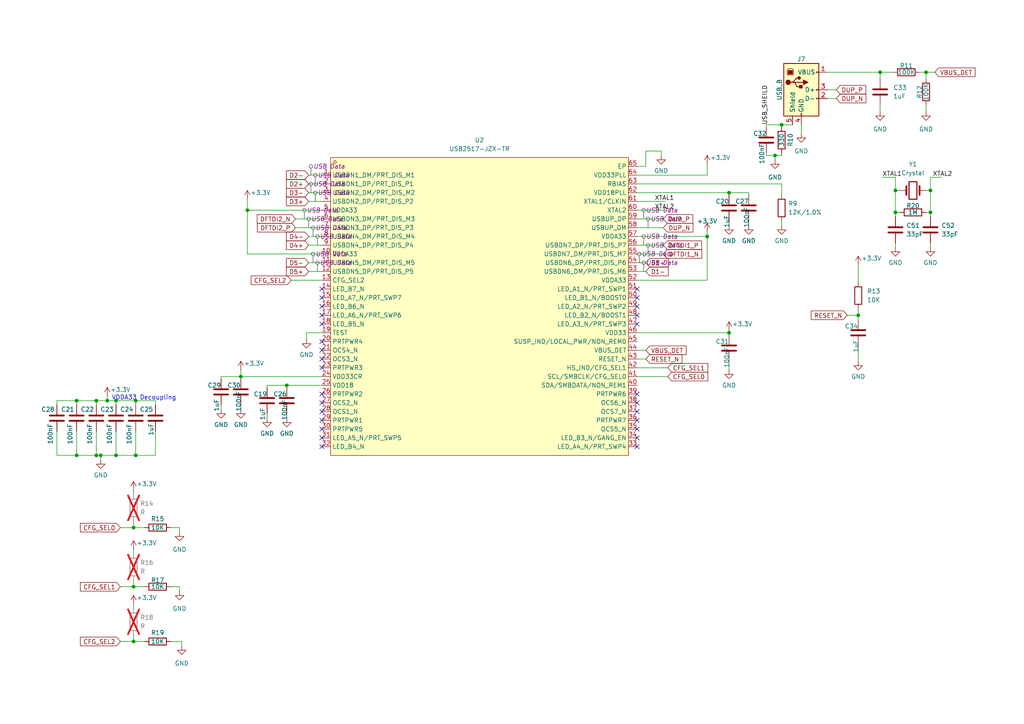
<source format=kicad_sch>
(kicad_sch (version 20230121) (generator eeschema)
  (paper "A4")
  (lib_symbols
    (symbol "Connector:USB_B" (pin_names (offset 1.016))
      (property "Reference" "J" (at -5.08 11.43 0))
      (property "Value" "USB_B" (at -5.08 8.89 0))
      (symbol "USB_B_0_1"
        (rectangle (start -5.08 -7.62) (end 5.08 7.62) (stroke (width 0.254)) (fill (type background)))
        (circle (center -3.81 2.159) (radius 0.635) (stroke (width 0.254)) (fill (type outline)))
        (rectangle (start -3.81 5.588) (end -2.54 4.572) (fill (type outline)))
        (circle (center -0.635 3.429) (radius 0.381) (stroke (width 0.254)) (fill (type outline)))
        (rectangle (start -0.127 -7.62) (end 0.127 -6.858))
        (polyline (pts (xy -1.905 2.159) (xy 0.635 2.159)) (stroke (width 0.254)))
        (polyline (pts (xy -3.175 2.159) (xy -2.54 2.159) (xy -1.27 3.429) (xy -0.635 3.429)) (stroke (width 0.254)))
        (polyline (pts (xy -2.54 2.159) (xy -1.905 2.159) (xy -1.27 0.889) (xy 0 0.889)) (stroke (width 0.254)))
        (polyline (pts (xy 0.635 2.794) (xy 0.635 1.524) (xy 1.905 2.159) (xy 0.635 2.794)) (stroke (width 0.254)) (fill (type outline)))
        (polyline (pts (xy -4.064 4.318) (xy -2.286 4.318) (xy -2.286 5.715) (xy -2.667 6.096) (xy -3.683 6.096) (xy -4.064 5.715) (xy -4.064 4.318)))
        (rectangle (start 0.254 1.27) (end -0.508 0.508) (stroke (width 0.254)) (fill (type outline)))
        (rectangle (start 5.08 -2.667) (end 4.318 -2.413))
        (rectangle (start 5.08 -0.127) (end 4.318 0.127))
        (rectangle (start 5.08 4.953) (end 4.318 5.207))
      )
      (symbol "USB_B_1_1"
        (pin power_out line (at 7.62 5.08 180) (length 2.54) (name "VBUS") (number "1"))
        (pin bidirectional line (at 7.62 -2.54 180) (length 2.54) (name "D-") (number "2"))
        (pin bidirectional line (at 7.62 0 180) (length 2.54) (name "D+") (number "3"))
        (pin power_out line (at 0 -10.16 90) (length 2.54) (name "GND") (number "4"))
        (pin passive line (at -2.54 -10.16 90) (length 2.54) (name "Shield") (number "5"))
      )
    )
    (symbol "Device:C" (pin_numbers hide) (pin_names (offset 0.254))
      (property "Reference" "C" (at 0.635 2.54 0))
      (property "Value" "C" (at 0.635 -2.54 0))
      (symbol "C_0_1"
        (polyline (pts (xy -2.032 -0.762) (xy 2.032 -0.762)) (stroke (width 0.508)))
        (polyline (pts (xy -2.032 0.762) (xy 2.032 0.762)) (stroke (width 0.508)))
      )
      (symbol "C_1_1"
        (pin passive line (at 0 3.81 270) (length 2.794) (name "~") (number "1"))
        (pin passive line (at 0 -3.81 90) (length 2.794) (name "~") (number "2"))
      )
    )
    (symbol "Device:Crystal" (pin_numbers hide) (pin_names (offset 1.016) hide)
      (property "Reference" "Y" (at 0 3.81 0))
      (property "Value" "Crystal" (at 0 -3.81 0))
      (symbol "Crystal_0_1"
        (rectangle (start -1.143 2.54) (end 1.143 -2.54) (stroke (width 0.3048)))
        (polyline (pts (xy -2.54 0) (xy -1.905 0)))
        (polyline (pts (xy -1.905 -1.27) (xy -1.905 1.27)) (stroke (width 0.508)))
        (polyline (pts (xy 1.905 -1.27) (xy 1.905 1.27)) (stroke (width 0.508)))
        (polyline (pts (xy 2.54 0) (xy 1.905 0)))
      )
      (symbol "Crystal_1_1"
        (pin passive line (at -3.81 0 0) (length 1.27) (name "1") (number "1"))
        (pin passive line (at 3.81 0 180) (length 1.27) (name "2") (number "2"))
      )
    )
    (symbol "Device:R" (pin_numbers hide) (pin_names (offset 0))
      (property "Reference" "R" (at 2.032 0 90))
      (property "Value" "R" (at 0 0 90))
      (symbol "R_0_1"
        (rectangle (start -1.016 -2.54) (end 1.016 2.54) (stroke (width 0.254)))
      )
      (symbol "R_1_1"
        (pin passive line (at 0 3.81 270) (length 1.27) (name "~") (number "1"))
        (pin passive line (at 0 -3.81 90) (length 1.27) (name "~") (number "2"))
      )
    )
    (symbol "easyeda2kicad:USB2517-JZX-TR"
      (property "Reference" "U" (at 0 45.72 0))
      (property "Value" "USB2517-JZX-TR" (at 0 -45.72 0))
      (symbol "USB2517-JZX-TR_0_1"
        (rectangle (start -43.18 43.18) (end 43.18 -43.18) (fill (type background)))
        (circle (center -41.91 41.91) (radius 0.38))
        (pin unspecified line (at -45.72 38.1 0) (length 2.54) (name "USBDN1_DM/PRT_DIS_M1") (number "1"))
        (pin unspecified line (at -45.72 15.24 0) (length 2.54) (name "VDDA33") (number "10"))
        (pin unspecified line (at -45.72 12.7 0) (length 2.54) (name "USBDN5_DM/PRT_DIS_M5") (number "11"))
        (pin unspecified line (at -45.72 10.16 0) (length 2.54) (name "USBDN5_DP/PRT_DIS_P5") (number "12"))
        (pin unspecified line (at -45.72 7.62 0) (length 2.54) (name "CFG_SEL2") (number "13"))
        (pin unspecified line (at -45.72 5.08 0) (length 2.54) (name "LED_B7_N") (number "14"))
        (pin unspecified line (at -45.72 2.54 0) (length 2.54) (name "LED_A7_N/PRT_SWP7") (number "15"))
        (pin unspecified line (at -45.72 0 0) (length 2.54) (name "LED_B6_N") (number "16"))
        (pin unspecified line (at -45.72 -2.54 0) (length 2.54) (name "LED_A6_N/PRT_SWP6") (number "17"))
        (pin unspecified line (at -45.72 -5.08 0) (length 2.54) (name "LED_B5_N") (number "18"))
        (pin unspecified line (at -45.72 -7.62 0) (length 2.54) (name "TEST") (number "19"))
        (pin unspecified line (at -45.72 35.56 0) (length 2.54) (name "USBDN1_DP/PRT_DIS_P1") (number "2"))
        (pin unspecified line (at -45.72 -10.16 0) (length 2.54) (name "PRTPWR4") (number "20"))
        (pin unspecified line (at -45.72 -12.7 0) (length 2.54) (name "OCS4_N") (number "21"))
        (pin unspecified line (at -45.72 -15.24 0) (length 2.54) (name "OCS3_N") (number "22"))
        (pin unspecified line (at -45.72 -17.78 0) (length 2.54) (name "PRTPWR3") (number "23"))
        (pin unspecified line (at -45.72 -20.32 0) (length 2.54) (name "VDD33CR") (number "24"))
        (pin unspecified line (at -45.72 -22.86 0) (length 2.54) (name "VDD18") (number "25"))
        (pin unspecified line (at -45.72 -25.4 0) (length 2.54) (name "PRTPWR2") (number "26"))
        (pin unspecified line (at -45.72 -27.94 0) (length 2.54) (name "OCS2_N") (number "27"))
        (pin unspecified line (at -45.72 -30.48 0) (length 2.54) (name "OCS1_N") (number "28"))
        (pin unspecified line (at -45.72 -33.02 0) (length 2.54) (name "PRTPWR1") (number "29"))
        (pin unspecified line (at -45.72 33.02 0) (length 2.54) (name "USBDN2_DM/PRT_DIS_M2") (number "3"))
        (pin unspecified line (at -45.72 -35.56 0) (length 2.54) (name "PRTPWR5") (number "30"))
        (pin unspecified line (at -45.72 -38.1 0) (length 2.54) (name "LED_A5_N/PRT_SWP5") (number "31"))
        (pin unspecified line (at -45.72 -40.64 0) (length 2.54) (name "LED_B4_N") (number "32"))
        (pin unspecified line (at 45.72 -40.64 180) (length 2.54) (name "LED_A4_N/PRT_SWP4") (number "33"))
        (pin unspecified line (at 45.72 -38.1 180) (length 2.54) (name "LED_B3_N/GANG_EN") (number "34"))
        (pin unspecified line (at 45.72 -35.56 180) (length 2.54) (name "OCS5_N") (number "35"))
        (pin unspecified line (at 45.72 -33.02 180) (length 2.54) (name "PRTPWR7") (number "36"))
        (pin unspecified line (at 45.72 -30.48 180) (length 2.54) (name "OCS7_N") (number "37"))
        (pin unspecified line (at 45.72 -27.94 180) (length 2.54) (name "OCS6_N") (number "38"))
        (pin unspecified line (at 45.72 -25.4 180) (length 2.54) (name "PRTPWR6") (number "39"))
        (pin unspecified line (at -45.72 30.48 0) (length 2.54) (name "USBDN2_DP/PRT_DIS_P2") (number "4"))
        (pin unspecified line (at 45.72 -22.86 180) (length 2.54) (name "SDA/SMBDATA/NON_REM1") (number "40"))
        (pin unspecified line (at 45.72 -20.32 180) (length 2.54) (name "SCL/SMBCLK/CFG_SEL0") (number "41"))
        (pin unspecified line (at 45.72 -17.78 180) (length 2.54) (name "HS_IND/CFG_SEL1") (number "42"))
        (pin unspecified line (at 45.72 -15.24 180) (length 2.54) (name "RESET_N") (number "43"))
        (pin unspecified line (at 45.72 -12.7 180) (length 2.54) (name "VBUS_DET") (number "44"))
        (pin unspecified line (at 45.72 -10.16 180) (length 2.54) (name "SUSP_IND/LOCAL_PWR/NON_REM0") (number "45"))
        (pin unspecified line (at 45.72 -7.62 180) (length 2.54) (name "VDD33") (number "46"))
        (pin unspecified line (at 45.72 -5.08 180) (length 2.54) (name "LED_A3_N/PRT_SWP3") (number "47"))
        (pin unspecified line (at 45.72 -2.54 180) (length 2.54) (name "LED_B2_N/BOOST1") (number "48"))
        (pin unspecified line (at 45.72 0 180) (length 2.54) (name "LED_A2_N/PRT_SWP2") (number "49"))
        (pin unspecified line (at -45.72 27.94 0) (length 2.54) (name "VDDA33") (number "5"))
        (pin unspecified line (at 45.72 2.54 180) (length 2.54) (name "LED_B1_N/BOOST0") (number "50"))
        (pin unspecified line (at 45.72 5.08 180) (length 2.54) (name "LED_A1_N/PRT_SWP1") (number "51"))
        (pin unspecified line (at 45.72 7.62 180) (length 2.54) (name "VDDA33") (number "52"))
        (pin unspecified line (at 45.72 10.16 180) (length 2.54) (name "USBDN6_DM/PRT_DIS_M6") (number "53"))
        (pin unspecified line (at 45.72 12.7 180) (length 2.54) (name "USBDN6_DP/PRT_DIS_P6") (number "54"))
        (pin unspecified line (at 45.72 15.24 180) (length 2.54) (name "USBDN7_DM/PRT_DIS_M7") (number "55"))
        (pin unspecified line (at 45.72 17.78 180) (length 2.54) (name "USBDN7_DP/PRT_DIS_P7") (number "56"))
        (pin unspecified line (at 45.72 20.32 180) (length 2.54) (name "VDDA33") (number "57"))
        (pin unspecified line (at 45.72 22.86 180) (length 2.54) (name "USBUP_DM") (number "58"))
        (pin unspecified line (at 45.72 25.4 180) (length 2.54) (name "USBUP_DP") (number "59"))
        (pin unspecified line (at -45.72 25.4 0) (length 2.54) (name "USBDN3_DM/PRT_DIS_M3") (number "6"))
        (pin unspecified line (at 45.72 27.94 180) (length 2.54) (name "XTAL2") (number "60"))
        (pin unspecified line (at 45.72 30.48 180) (length 2.54) (name "XTAL1/CLKIN") (number "61"))
        (pin unspecified line (at 45.72 33.02 180) (length 2.54) (name "VDD18PLL") (number "62"))
        (pin unspecified line (at 45.72 35.56 180) (length 2.54) (name "RBIAS") (number "63"))
        (pin unspecified line (at 45.72 38.1 180) (length 2.54) (name "VDD33PLL") (number "64"))
        (pin unspecified line (at 45.72 40.64 180) (length 2.54) (name "EP") (number "65"))
        (pin unspecified line (at -45.72 22.86 0) (length 2.54) (name "USBDN3_DP/PRT_DIS_P3") (number "7"))
        (pin unspecified line (at -45.72 20.32 0) (length 2.54) (name "USBDN4_DM/PRT_DIS_M4") (number "8"))
        (pin unspecified line (at -45.72 17.78 0) (length 2.54) (name "USBDN4_DP/PRT_DIS_P4") (number "9"))
      )
    )
    (symbol "power:+3.3V" (power) (pin_names (offset 0))
      (property "Value" "+3.3V" (at 0 3.556 0))
      (symbol "+3.3V_0_1"
        (polyline (pts (xy -0.762 1.27) (xy 0 2.54)))
        (polyline (pts (xy 0 0) (xy 0 2.54)))
        (polyline (pts (xy 0 2.54) (xy 0.762 1.27)))
      )
      (symbol "+3.3V_1_1"
        (pin power_in line (at 0 0 90) (length 0) hide (name "+3.3V") (number "1"))
      )
    )
    (symbol "power:GND" (power) (pin_names (offset 0))
      (property "Value" "GND" (at 0 -3.81 0))
      (symbol "GND_0_1"
        (polyline (pts (xy 0 0) (xy 0 -1.27) (xy 1.27 -1.27) (xy 0 -2.54) (xy -1.27 -1.27) (xy 0 -1.27)))
      )
      (symbol "GND_1_1"
        (pin power_in line (at 0 0 270) (length 0) hide (name "GND") (number "1"))
      )
    )
  )
  (junction (at 38.735 170.18))
  (junction (at 27.94 132.08))
  (junction (at 33.655 116.205))
  (junction (at 71.755 60.96))
  (junction (at 211.455 55.88))
  (junction (at 259.715 61.595))
  (junction (at 27.94 116.205))
  (junction (at 38.735 153.035))
  (junction (at 268.605 20.955))
  (junction (at 269.875 55.245))
  (junction (at 38.735 186.055))
  (junction (at 255.27 20.955))
  (junction (at 259.715 55.245))
  (junction (at 205.105 68.58))
  (junction (at 69.85 109.22))
  (junction (at 39.37 132.08))
  (junction (at 31.115 116.205))
  (junction (at 22.225 132.08))
  (junction (at 248.92 91.44))
  (junction (at 29.21 132.08))
  (junction (at 226.695 36.195))
  (junction (at 33.655 132.08))
  (junction (at 211.455 96.52))
  (junction (at 22.225 116.205))
  (junction (at 39.37 116.205))
  (junction (at 83.185 111.76))
  (junction (at 269.875 61.595))
  (junction (at 224.79 45.085))
  (no_connect (at 93.345 119.38))
  (no_connect (at 93.345 124.46))
  (no_connect (at 93.345 83.82))
  (no_connect (at 184.785 129.54))
  (no_connect (at 184.785 116.84))
  (no_connect (at 184.785 83.82))
  (no_connect (at 184.785 93.98))
  (no_connect (at 93.345 104.14))
  (no_connect (at 93.345 129.54))
  (no_connect (at 184.785 119.38))
  (no_connect (at 184.785 124.46))
  (no_connect (at 184.785 88.9))
  (no_connect (at 184.785 114.3))
  (no_connect (at 93.345 114.3))
  (no_connect (at 93.345 121.92))
  (no_connect (at 93.345 116.84))
  (no_connect (at 93.345 106.68))
  (no_connect (at 93.345 127))
  (no_connect (at 93.345 99.06))
  (no_connect (at 184.785 121.92))
  (no_connect (at 93.345 93.98))
  (no_connect (at 184.785 86.36))
  (no_connect (at 184.785 127))
  (no_connect (at 93.345 101.6))
  (no_connect (at 93.345 86.36))
  (no_connect (at 184.785 91.44))
  (no_connect (at 93.345 91.44))
  (no_connect (at 93.345 88.9))
  (wire (pts (xy 89.535 71.12) (xy 93.345 71.12)))
  (wire (pts (xy 27.94 125.095) (xy 27.94 132.08)))
  (wire (pts (xy 27.94 117.475) (xy 27.94 116.205)))
  (wire (pts (xy 69.85 109.22) (xy 93.345 109.22)))
  (wire (pts (xy 64.135 109.22) (xy 64.135 109.855)))
  (wire (pts (xy 49.53 153.035) (xy 52.07 153.035)))
  (wire (pts (xy 268.605 30.48) (xy 268.605 32.385)))
  (wire (pts (xy 89.535 53.34) (xy 93.345 53.34)))
  (wire (pts (xy 52.07 153.035) (xy 52.07 154.305)))
  (wire (pts (xy 222.25 36.195) (xy 226.695 36.195)))
  (wire (pts (xy 222.25 45.085) (xy 224.79 45.085)))
  (wire (pts (xy 39.37 116.205) (xy 45.085 116.205)))
  (wire (pts (xy 240.03 28.575) (xy 242.57 28.575)))
  (wire (pts (xy 71.755 60.96) (xy 71.755 57.785)))
  (wire (pts (xy 31.115 116.205) (xy 33.655 116.205)))
  (wire (pts (xy 259.715 55.245) (xy 259.715 51.435)))
  (wire (pts (xy 226.695 45.085) (xy 224.79 45.085)))
  (wire (pts (xy 49.53 170.18) (xy 52.07 170.18)))
  (wire (pts (xy 71.755 73.66) (xy 71.755 60.96)))
  (wire (pts (xy 69.85 107.315) (xy 69.85 109.22)))
  (wire (pts (xy 38.735 175.26) (xy 38.735 176.53)))
  (wire (pts (xy 224.79 45.085) (xy 224.79 46.355)))
  (wire (pts (xy 211.455 96.52) (xy 211.455 97.155)))
  (wire (pts (xy 22.225 116.205) (xy 27.94 116.205)))
  (wire (pts (xy 93.345 63.5) (xy 85.725 63.5)))
  (wire (pts (xy 217.17 55.88) (xy 211.455 55.88)))
  (wire (pts (xy 187.325 48.26) (xy 187.325 43.815)))
  (wire (pts (xy 93.345 111.76) (xy 83.185 111.76)))
  (wire (pts (xy 184.785 63.5) (xy 192.405 63.5)))
  (wire (pts (xy 38.735 153.035) (xy 41.91 153.035)))
  (wire (pts (xy 259.715 61.595) (xy 259.715 55.245)))
  (wire (pts (xy 269.875 61.595) (xy 269.875 55.245)))
  (wire (pts (xy 240.03 20.955) (xy 255.27 20.955)))
  (wire (pts (xy 184.785 81.28) (xy 205.105 81.28)))
  (wire (pts (xy 184.785 53.34) (xy 226.695 53.34)))
  (wire (pts (xy 184.785 73.66) (xy 192.405 73.66)))
  (wire (pts (xy 22.225 117.475) (xy 22.225 116.205)))
  (wire (pts (xy 27.94 116.205) (xy 31.115 116.205)))
  (wire (pts (xy 33.655 125.095) (xy 33.655 132.08)))
  (wire (pts (xy 89.535 68.58) (xy 93.345 68.58)))
  (wire (pts (xy 184.785 60.96) (xy 193.04 60.96)))
  (wire (pts (xy 184.785 48.26) (xy 187.325 48.26)))
  (wire (pts (xy 27.94 132.08) (xy 29.21 132.08)))
  (wire (pts (xy 184.785 68.58) (xy 205.105 68.58)))
  (wire (pts (xy 245.745 91.44) (xy 248.92 91.44)))
  (wire (pts (xy 93.345 73.66) (xy 71.755 73.66)))
  (wire (pts (xy 88.9 96.52) (xy 88.9 98.425)))
  (wire (pts (xy 226.695 44.45) (xy 226.695 45.085)))
  (wire (pts (xy 184.785 76.2) (xy 187.325 76.2)))
  (wire (pts (xy 64.135 117.475) (xy 64.135 118.745)))
  (wire (pts (xy 38.735 168.275) (xy 38.735 170.18)))
  (wire (pts (xy 93.345 96.52) (xy 88.9 96.52)))
  (wire (pts (xy 259.715 55.245) (xy 260.985 55.245)))
  (wire (pts (xy 217.17 56.515) (xy 217.17 55.88)))
  (wire (pts (xy 184.785 101.6) (xy 187.325 101.6)))
  (wire (pts (xy 266.7 20.955) (xy 268.605 20.955)))
  (wire (pts (xy 259.715 62.865) (xy 259.715 61.595)))
  (wire (pts (xy 89.535 78.74) (xy 93.345 78.74)))
  (wire (pts (xy 184.785 104.14) (xy 187.325 104.14)))
  (wire (pts (xy 217.17 64.135) (xy 217.17 65.405)))
  (wire (pts (xy 38.735 159.385) (xy 38.735 160.655)))
  (wire (pts (xy 52.705 186.055) (xy 52.705 187.325)))
  (wire (pts (xy 269.875 51.435) (xy 273.05 51.435)))
  (wire (pts (xy 184.785 109.22) (xy 193.675 109.22)))
  (wire (pts (xy 184.785 106.68) (xy 193.675 106.68)))
  (wire (pts (xy 184.785 55.88) (xy 211.455 55.88)))
  (wire (pts (xy 38.735 151.13) (xy 38.735 153.035)))
  (wire (pts (xy 248.92 76.835) (xy 248.92 81.915)))
  (wire (pts (xy 49.53 186.055) (xy 52.705 186.055)))
  (wire (pts (xy 211.455 64.135) (xy 211.455 65.405)))
  (wire (pts (xy 211.455 104.775) (xy 211.455 107.315)))
  (wire (pts (xy 268.605 20.955) (xy 268.605 22.86)))
  (wire (pts (xy 38.735 142.24) (xy 38.735 143.51)))
  (wire (pts (xy 255.27 20.955) (xy 259.08 20.955)))
  (wire (pts (xy 269.875 70.485) (xy 269.875 71.755)))
  (wire (pts (xy 232.41 36.195) (xy 232.41 38.735)))
  (wire (pts (xy 16.51 117.475) (xy 16.51 116.205)))
  (wire (pts (xy 89.535 58.42) (xy 93.345 58.42)))
  (wire (pts (xy 240.03 26.035) (xy 242.57 26.035)))
  (wire (pts (xy 211.455 55.88) (xy 211.455 56.515)))
  (wire (pts (xy 184.785 58.42) (xy 193.04 58.42)))
  (wire (pts (xy 22.225 132.08) (xy 27.94 132.08)))
  (wire (pts (xy 226.695 64.135) (xy 226.695 65.405)))
  (wire (pts (xy 184.785 78.74) (xy 187.325 78.74)))
  (wire (pts (xy 229.87 36.195) (xy 226.695 36.195)))
  (wire (pts (xy 45.085 125.095) (xy 45.085 132.08)))
  (wire (pts (xy 259.715 70.485) (xy 259.715 71.755)))
  (wire (pts (xy 248.92 91.44) (xy 248.92 92.71)))
  (wire (pts (xy 84.455 81.28) (xy 93.345 81.28)))
  (wire (pts (xy 16.51 116.205) (xy 22.225 116.205)))
  (wire (pts (xy 16.51 132.08) (xy 22.225 132.08)))
  (wire (pts (xy 83.185 120.015) (xy 83.185 121.285)))
  (wire (pts (xy 248.92 100.33) (xy 248.92 104.775)))
  (wire (pts (xy 29.21 132.08) (xy 33.655 132.08)))
  (wire (pts (xy 45.085 132.08) (xy 39.37 132.08)))
  (wire (pts (xy 38.735 170.18) (xy 41.91 170.18)))
  (wire (pts (xy 205.105 50.8) (xy 205.105 47.625)))
  (wire (pts (xy 52.07 170.18) (xy 52.07 171.45)))
  (wire (pts (xy 16.51 125.095) (xy 16.51 132.08)))
  (wire (pts (xy 39.37 117.475) (xy 39.37 116.205)))
  (wire (pts (xy 191.77 43.815) (xy 191.77 45.085)))
  (wire (pts (xy 22.225 125.095) (xy 22.225 132.08)))
  (wire (pts (xy 255.27 20.955) (xy 255.27 22.86)))
  (wire (pts (xy 268.605 20.955) (xy 271.145 20.955)))
  (wire (pts (xy 255.27 30.48) (xy 255.27 32.385)))
  (wire (pts (xy 184.785 50.8) (xy 205.105 50.8)))
  (wire (pts (xy 77.47 111.76) (xy 77.47 112.395)))
  (wire (pts (xy 89.535 55.88) (xy 93.345 55.88)))
  (wire (pts (xy 255.905 51.435) (xy 259.715 51.435)))
  (wire (pts (xy 69.85 117.475) (xy 69.85 118.745)))
  (wire (pts (xy 77.47 120.015) (xy 77.47 121.285)))
  (wire (pts (xy 34.925 170.18) (xy 38.735 170.18)))
  (wire (pts (xy 83.185 111.76) (xy 83.185 112.395)))
  (wire (pts (xy 226.695 53.34) (xy 226.695 56.515)))
  (wire (pts (xy 69.85 109.22) (xy 64.135 109.22)))
  (wire (pts (xy 222.25 44.45) (xy 222.25 45.085)))
  (wire (pts (xy 205.105 81.28) (xy 205.105 68.58)))
  (wire (pts (xy 34.925 186.055) (xy 38.735 186.055)))
  (wire (pts (xy 93.345 66.04) (xy 85.725 66.04)))
  (wire (pts (xy 184.785 96.52) (xy 211.455 96.52)))
  (wire (pts (xy 33.655 116.205) (xy 39.37 116.205)))
  (wire (pts (xy 33.655 117.475) (xy 33.655 116.205)))
  (wire (pts (xy 89.535 76.2) (xy 93.345 76.2)))
  (wire (pts (xy 184.785 66.04) (xy 192.405 66.04)))
  (wire (pts (xy 187.325 43.815) (xy 191.77 43.815)))
  (wire (pts (xy 93.345 60.96) (xy 71.755 60.96)))
  (wire (pts (xy 38.735 184.15) (xy 38.735 186.055)))
  (wire (pts (xy 39.37 125.095) (xy 39.37 132.08)))
  (wire (pts (xy 83.185 111.76) (xy 77.47 111.76)))
  (wire (pts (xy 259.715 61.595) (xy 260.985 61.595)))
  (wire (pts (xy 33.655 132.08) (xy 39.37 132.08)))
  (wire (pts (xy 268.605 55.245) (xy 269.875 55.245)))
  (wire (pts (xy 89.535 50.8) (xy 93.345 50.8)))
  (wire (pts (xy 269.875 55.245) (xy 269.875 51.435)))
  (wire (pts (xy 38.735 186.055) (xy 41.91 186.055)))
  (wire (pts (xy 226.695 36.195) (xy 226.695 36.83)))
  (wire (pts (xy 222.25 36.83) (xy 222.25 36.195)))
  (wire (pts (xy 211.455 95.885) (xy 211.455 96.52)))
  (wire (pts (xy 69.85 109.22) (xy 69.85 109.855)))
  (wire (pts (xy 29.21 132.08) (xy 29.21 133.35)))
  (wire (pts (xy 268.605 61.595) (xy 269.875 61.595)))
  (wire (pts (xy 248.92 89.535) (xy 248.92 91.44)))
  (wire (pts (xy 34.925 153.035) (xy 38.735 153.035)))
  (wire (pts (xy 269.875 62.865) (xy 269.875 61.595)))
  (wire (pts (xy 31.115 114.935) (xy 31.115 116.205)))
  (wire (pts (xy 45.085 116.205) (xy 45.085 117.475)))
  (wire (pts (xy 184.785 71.12) (xy 192.405 71.12)))
  (wire (pts (xy 205.105 68.58) (xy 205.105 67.31)))
  (text "VDDA33 Decoupling" (at 32.385 116.205 0) (effects (font (size 1.27 1.27)) (justify left bottom)))
  (label "USB_SHEILD" (at 222.885 36.195 90))
  (label "XTAL1" (at 255.905 51.435 0))
  (label "XTAL1" (at 189.865 58.42 0))
  (label "XTAL2" (at 270.51 51.435 0))
  (label "XTAL2" (at 189.865 60.96 0))
  (global_label "CFG_SEL2" (shape input) (at 84.455 81.28 180) (property "Intersheetrefs" "${INTERSHEET_REFS}" (effects hide)))
  (global_label "D4-" (shape input) (at 89.535 68.58 180) (property "Intersheetrefs" "${INTERSHEET_REFS}" (effects hide)))
  (global_label "DUP_N" (shape input) (at 192.405 66.04 0) (property "Intersheetrefs" "${INTERSHEET_REFS}" (effects hide)))
  (global_label "D1-" (shape input) (at 187.325 78.74 0) (property "Intersheetrefs" "${INTERSHEET_REFS}" (effects hide)))
  (global_label "DUP_P" (shape input) (at 192.405 63.5 0) (property "Intersheetrefs" "${INTERSHEET_REFS}" (effects hide)))
  (global_label "CFG_SEL0" (shape input) (at 34.925 153.035 180) (property "Intersheetrefs" "${INTERSHEET_REFS}" (effects hide)))
  (global_label "VBUS_DET" (shape input) (at 271.145 20.955 0) (property "Intersheetrefs" "${INTERSHEET_REFS}" (effects hide)))
  (global_label "D5-" (shape input) (at 89.535 76.2 180) (property "Intersheetrefs" "${INTERSHEET_REFS}" (effects hide)))
  (global_label "CFG_SEL2" (shape input) (at 34.925 186.055 180) (property "Intersheetrefs" "${INTERSHEET_REFS}" (effects hide)))
  (global_label "DUP_P" (shape input) (at 242.57 26.035 0) (property "Intersheetrefs" "${INTERSHEET_REFS}" (effects hide)))
  (global_label "VBUS_DET" (shape input) (at 187.325 101.6 0) (property "Intersheetrefs" "${INTERSHEET_REFS}" (effects hide)))
  (global_label "D1+" (shape input) (at 187.325 76.2 0) (property "Intersheetrefs" "${INTERSHEET_REFS}" (effects hide)))
  (global_label "D2+" (shape input) (at 89.535 53.34 180) (property "Intersheetrefs" "${INTERSHEET_REFS}" (effects hide)))
  (global_label "DFTDI2_P" (shape input) (at 85.725 66.04 180) (property "Intersheetrefs" "${INTERSHEET_REFS}" (effects hide)))
  (global_label "D3-" (shape input) (at 89.535 55.88 180) (property "Intersheetrefs" "${INTERSHEET_REFS}" (effects hide)))
  (global_label "RESET_N" (shape input) (at 187.325 104.14 0) (property "Intersheetrefs" "${INTERSHEET_REFS}" (effects hide)))
  (global_label "CFG_SEL0" (shape input) (at 193.675 109.22 0) (property "Intersheetrefs" "${INTERSHEET_REFS}" (effects hide)))
  (global_label "CFG_SEL1" (shape input) (at 193.675 106.68 0) (property "Intersheetrefs" "${INTERSHEET_REFS}" (effects hide)))
  (global_label "DFTDI1_P" (shape input) (at 192.405 71.12 0) (property "Intersheetrefs" "${INTERSHEET_REFS}" (effects hide)))
  (global_label "D4+" (shape input) (at 89.535 71.12 180) (property "Intersheetrefs" "${INTERSHEET_REFS}" (effects hide)))
  (global_label "D5+" (shape input) (at 89.535 78.74 180) (property "Intersheetrefs" "${INTERSHEET_REFS}" (effects hide)))
  (global_label "DUP_N" (shape input) (at 242.57 28.575 0) (property "Intersheetrefs" "${INTERSHEET_REFS}" (effects hide)))
  (global_label "CFG_SEL1" (shape input) (at 34.925 170.18 180) (property "Intersheetrefs" "${INTERSHEET_REFS}" (effects hide)))
  (global_label "DFTDI2_N" (shape input) (at 85.725 63.5 180) (property "Intersheetrefs" "${INTERSHEET_REFS}" (effects hide)))
  (global_label "DFTDI1_N" (shape input) (at 192.405 73.66 0) (property "Intersheetrefs" "${INTERSHEET_REFS}" (effects hide)))
  (global_label "RESET_N" (shape input) (at 245.745 91.44 180) (property "Intersheetrefs" "${INTERSHEET_REFS}" (effects hide)))
  (global_label "D2-" (shape input) (at 89.535 50.8 180) (property "Intersheetrefs" "${INTERSHEET_REFS}" (effects hide)))
  (global_label "D3+" (shape input) (at 89.535 58.42 180) (property "Intersheetrefs" "${INTERSHEET_REFS}" (effects hide)))
  (netclass_flag "" (length 2.54) (shape round) (at 92.075 71.12 0) (property "Netclass" "USB Data" (at 92.7735 68.58 0) (effects (font italic) (justify left))))
  (netclass_flag "" (length 2.54) (shape round) (at 90.17 55.88 0) (property "Netclass" "USB Data" (at 90.8685 53.34 0) (effects (font italic) (justify left))))
  (netclass_flag "" (length 2.54) (shape round) (at 90.805 76.2 0) (property "Netclass" "USB Data" (at 91.5035 73.66 0) (effects (font italic) (justify left))))
  (netclass_flag "" (length 2.54) (shape round) (at 89.535 66.04 0) (property "Netclass" "USB Data" (at 90.2335 63.5 0) (effects (font italic) (justify left))))
  (netclass_flag "" (length 2.54) (shape round) (at 186.69 78.74 0) (property "Netclass" "USB Data" (at 187.3885 76.2 0) (effects (font italic) (justify left))))
  (netclass_flag "" (length 2.54) (shape round) (at 186.69 71.12 0) (property "Netclass" "USB Data" (at 187.3885 68.58 0) (effects (font italic) (justify left))))
  (netclass_flag "" (length 2.54) (shape round) (at 186.69 63.5 0) (property "Netclass" "USB Data" (at 187.3885 60.96 0) (effects (font italic) (justify left))))
  (netclass_flag "" (length 2.54) (shape round) (at 91.44 58.42 0) (property "Netclass" "USB Data" (at 92.1385 55.88 0) (effects (font italic) (justify left))))
  (netclass_flag "" (length 2.54) (shape round) (at 92.075 78.74 0) (property "Netclass" "USB Data" (at 92.7735 76.2 0) (effects (font italic) (justify left))))
  (netclass_flag "" (length 2.54) (shape round) (at 187.96 73.66 0) (property "Netclass" "USB Data" (at 188.6585 71.12 0) (effects (font italic) (justify left))))
  (netclass_flag "" (length 2.54) (shape round) (at 91.44 53.34 0) (property "Netclass" "USB Data" (at 92.1385 50.8 0) (effects (font italic) (justify left))))
  (netclass_flag "" (length 2.54) (shape round) (at 90.805 68.58 0) (property "Netclass" "USB Data" (at 91.5035 66.04 0) (effects (font italic) (justify left))))
  (netclass_flag "" (length 2.54) (shape round) (at 90.17 50.8 0) (property "Netclass" "USB Data" (at 90.8685 48.26 0) (effects (font italic) (justify left))))
  (netclass_flag "" (length 2.54) (shape round) (at 185.42 76.2 0) (property "Netclass" "USB Data" (at 186.1185 73.66 0) (effects (font italic) (justify left))))
  (netclass_flag "" (length 2.54) (shape round) (at 187.96 66.04 0) (property "Netclass" "USB Data" (at 188.6585 63.5 0) (effects (font italic) (justify left))))
  (netclass_flag "" (length 2.54) (shape round) (at 88.265 63.5 0) (property "Netclass" "USB Data" (at 88.9635 60.96 0) (effects (font italic) (justify left))))
  (symbol (lib_id "power:+3.3V") (at 38.735 159.385 0) (unit 1)
    (property "Reference" "#PWR073" (effects hide))
    (property "Value" "+3.3V" (at 42.545 157.48 0))
  )
  (symbol (lib_id "power:+3.3V") (at 205.105 47.625 0) (unit 1)
    (property "Reference" "#PWR053" (effects hide))
    (property "Value" "+3.3V" (at 208.915 45.72 0))
  )
  (symbol (lib_id "power:GND") (at 211.455 107.315 0) (unit 1)
    (property "Reference" "#PWR058" (effects hide))
    (property "Value" "GND" (at 211.455 111.76 0))
  )
  (symbol (lib_id "Device:R") (at 38.735 164.465 0) (unit 1) (dnp yes)
    (property "Reference" "R16" (at 40.64 163.195 0) (effects (justify left)))
    (property "Value" "R" (at 40.64 165.735 0) (effects (justify left)))
    (property "Footprint" "Resistor_SMD:R_0402_1005Metric" (effects hide))
  )
  (symbol (lib_id "Device:C") (at 211.455 60.325 0) (mirror y) (unit 1)
    (property "Reference" "C20" (at 211.455 58.42 0) (effects (justify left)))
    (property "Value" "1uF" (at 210.82 66.04 90) (effects (justify left)))
    (property "Footprint" "Capacitor_SMD:C_0402_1005Metric" (effects hide))
    (property "Datasheet" "https://jlcpcb.com/partdetail/53938-CL05A105KA5NQNC/C52923" (effects hide))
    (property "JLCPCB" "C52923" (effects hide))
  )
  (symbol (lib_id "power:+3.3V") (at 31.115 114.935 0) (unit 1)
    (property "Reference" "#PWR048" (effects hide))
    (property "Value" "+3.3V" (at 34.925 113.03 0))
  )
  (symbol (lib_id "power:GND") (at 88.9 98.425 0) (unit 1)
    (property "Reference" "#PWR061" (effects hide))
    (property "Value" "GND" (at 88.9 102.87 0))
  )
  (symbol (lib_id "Device:C") (at 269.875 66.675 0) (unit 1)
    (property "Reference" "C52" (at 273.05 65.405 0) (effects (justify left)))
    (property "Value" "33pF" (at 273.05 67.945 0) (effects (justify left)))
    (property "Footprint" "Capacitor_SMD:C_0402_1005Metric" (effects hide))
  )
  (symbol (lib_id "power:GND") (at 77.47 121.285 0) (unit 1)
    (property "Reference" "#PWR045" (effects hide))
    (property "Value" "GND" (at 77.47 125.73 0))
  )
  (symbol (lib_id "Device:R") (at 264.795 61.595 270) (unit 1)
    (property "Reference" "R20" (at 264.795 59.69 90))
    (property "Value" "1M" (at 264.795 61.595 90))
    (property "Footprint" "Resistor_SMD:R_0603_1608Metric" (effects hide))
  )
  (symbol (lib_id "Device:C") (at 259.715 66.675 0) (unit 1)
    (property "Reference" "C51" (at 262.89 65.405 0) (effects (justify left)))
    (property "Value" "33pF" (at 262.89 67.945 0) (effects (justify left)))
    (property "Footprint" "Capacitor_SMD:C_0402_1005Metric" (effects hide))
  )
  (symbol (lib_id "Device:R") (at 268.605 26.67 180) (unit 1)
    (property "Reference" "R12" (at 266.7 26.67 90))
    (property "Value" "100K" (at 268.605 26.67 90))
    (property "Footprint" "Resistor_SMD:R_0402_1005Metric" (effects hide))
    (property "Datasheet" "https://jlcpcb.com/partdetail/26484-0402WGF1003TCE/C25741" (effects hide))
    (property "JLCPCB" "C25741" (effects hide))
  )
  (symbol (lib_id "Device:C") (at 16.51 121.285 0) (mirror y) (unit 1)
    (property "Reference" "C28" (at 15.875 118.745 0) (effects (justify left)))
    (property "Value" "100nF" (at 14.605 128.905 90) (effects (justify left)))
    (property "Footprint" "Capacitor_SMD:C_0402_1005Metric" (effects hide))
    (property "Datasheet" "https://jlcpcb.com/partdetail/1877-CL05B104KO5NNNC/C1525" (effects hide))
    (property "JLCPCB" "C1525" (effects hide))
  )
  (symbol (lib_id "power:+3.3V") (at 69.85 107.315 0) (unit 1)
    (property "Reference" "#PWR060" (effects hide))
    (property "Value" "+3.3V" (at 73.66 105.41 0))
  )
  (symbol (lib_id "power:GND") (at 191.77 45.085 0) (unit 1)
    (property "Reference" "#PWR054" (effects hide))
    (property "Value" "GND" (at 191.77 49.53 0))
  )
  (symbol (lib_id "Device:C") (at 83.185 116.205 0) (mirror y) (unit 1)
    (property "Reference" "C26" (at 83.185 114.3 0) (effects (justify left)))
    (property "Value" "100nF" (at 82.55 121.92 90) (effects (justify left)))
    (property "Footprint" "Capacitor_SMD:C_0402_1005Metric" (effects hide))
    (property "Datasheet" "https://jlcpcb.com/partdetail/1877-CL05B104KO5NNNC/C1525" (effects hide))
    (property "JLCPCB" "C1525" (effects hide))
  )
  (symbol (lib_id "power:GND") (at 64.135 118.745 0) (unit 1)
    (property "Reference" "#PWR056" (effects hide))
    (property "Value" "GND" (at 64.135 123.19 0))
  )
  (symbol (lib_id "Device:R") (at 38.735 147.32 0) (unit 1) (dnp yes)
    (property "Reference" "R14" (at 40.64 146.05 0) (effects (justify left)))
    (property "Value" "R" (at 40.64 148.59 0) (effects (justify left)))
    (property "Footprint" "Resistor_SMD:R_0402_1005Metric" (effects hide))
  )
  (symbol (lib_id "power:+3.3V") (at 71.755 57.785 0) (unit 1)
    (property "Reference" "#PWR049" (effects hide))
    (property "Value" "+3.3V" (at 75.565 55.88 0))
  )
  (symbol (lib_id "Device:C") (at 27.94 121.285 0) (mirror y) (unit 1)
    (property "Reference" "C22" (at 27.305 118.745 0) (effects (justify left)))
    (property "Value" "100nF" (at 26.035 128.905 90) (effects (justify left)))
    (property "Footprint" "Capacitor_SMD:C_0402_1005Metric" (effects hide))
    (property "Datasheet" "https://jlcpcb.com/partdetail/1877-CL05B104KO5NNNC/C1525" (effects hide))
    (property "JLCPCB" "C1525" (effects hide))
  )
  (symbol (lib_id "power:+3.3V") (at 38.735 142.24 0) (unit 1)
    (property "Reference" "#PWR071" (effects hide))
    (property "Value" "+3.3V" (at 42.545 140.335 0))
  )
  (symbol (lib_id "power:GND") (at 224.79 46.355 0) (unit 1)
    (property "Reference" "#PWR063" (effects hide))
    (property "Value" "GND" (at 224.79 51.435 0))
  )
  (symbol (lib_id "power:GND") (at 226.695 65.405 0) (unit 1)
    (property "Reference" "#PWR055" (effects hide))
    (property "Value" "GND" (at 226.695 69.85 0))
  )
  (symbol (lib_id "Device:C") (at 33.655 121.285 0) (mirror y) (unit 1)
    (property "Reference" "C23" (at 33.02 118.745 0) (effects (justify left)))
    (property "Value" "100nF" (at 31.75 128.905 90) (effects (justify left)))
    (property "Footprint" "Capacitor_SMD:C_0402_1005Metric" (effects hide))
    (property "Datasheet" "https://jlcpcb.com/partdetail/1877-CL05B104KO5NNNC/C1525" (effects hide))
    (property "JLCPCB" "C1525" (effects hide))
  )
  (symbol (lib_id "power:GND") (at 52.07 154.305 0) (unit 1)
    (property "Reference" "#PWR070" (effects hide))
    (property "Value" "GND" (at 52.07 159.385 0))
  )
  (symbol (lib_id "power:GND") (at 248.92 104.775 0) (unit 1)
    (property "Reference" "#PWR066" (effects hide))
    (property "Value" "GND" (at 248.92 109.22 0))
  )
  (symbol (lib_id "Device:C") (at 222.25 40.64 0) (unit 1)
    (property "Reference" "C32" (at 218.44 38.735 0) (effects (justify left)))
    (property "Value" "100nF" (at 220.98 47.625 90) (effects (justify left)))
    (property "Footprint" "Capacitor_SMD:C_0402_1005Metric" (effects hide))
    (property "Datasheet" "https://jlcpcb.com/partdetail/1877-CL05B104KO5NNNC/C1525" (effects hide))
    (property "JLCPCB" "C1525" (effects hide))
  )
  (symbol (lib_id "Device:C") (at 211.455 100.965 0) (mirror y) (unit 1)
    (property "Reference" "C31" (at 211.455 99.06 0) (effects (justify left)))
    (property "Value" "100nF" (at 210.82 106.68 90) (effects (justify left)))
    (property "Footprint" "Capacitor_SMD:C_0402_1005Metric" (effects hide))
    (property "Datasheet" "https://jlcpcb.com/partdetail/1877-CL05B104KO5NNNC/C1525" (effects hide))
    (property "JLCPCB" "C1525" (effects hide))
  )
  (symbol (lib_id "power:GND") (at 52.07 171.45 0) (unit 1)
    (property "Reference" "#PWR069" (effects hide))
    (property "Value" "GND" (at 52.07 176.53 0))
  )
  (symbol (lib_id "Device:R") (at 226.695 60.325 0) (unit 1)
    (property "Reference" "R9" (at 228.6 59.055 0) (effects (justify left)))
    (property "Value" "12K/1.0%" (at 228.6 61.595 0) (effects (justify left)))
    (property "Footprint" "Resistor_SMD:R_0402_1005Metric" (effects hide))
    (property "Datasheet" "https://jlcpcb.com/partdetail/26495-0402WGF1202TCE/C25752" (effects hide))
    (property "JLCPCB" "C25752" (effects hide))
  )
  (symbol (lib_id "power:GND") (at 269.875 71.755 0) (unit 1)
    (property "Reference" "#PWR0104" (effects hide))
    (property "Value" "GND" (at 269.875 76.2 0))
  )
  (symbol (lib_id "power:GND") (at 232.41 38.735 0) (unit 1)
    (property "Reference" "#PWR062" (effects hide))
    (property "Value" "GND" (at 232.41 43.815 0))
  )
  (symbol (lib_id "Device:R") (at 226.695 40.64 0) (unit 1)
    (property "Reference" "R10" (at 229.235 42.545 90) (effects (justify left)))
    (property "Value" "330" (at 226.695 42.545 90) (effects (justify left)))
    (property "Footprint" "Resistor_SMD:R_0402_1005Metric" (effects hide))
    (property "Datasheet" "https://jlcpcb.com/partdetail/25847-0402WGF3300TCE/C25104" (effects hide))
    (property "JLCPCB" "C25104" (effects hide))
  )
  (symbol (lib_id "Device:C") (at 255.27 26.67 0) (unit 1)
    (property "Reference" "C33" (at 259.08 25.4 0) (effects (justify left)))
    (property "Value" "1uF" (at 259.08 27.94 0) (effects (justify left)))
    (property "Footprint" "Capacitor_SMD:C_0402_1005Metric" (effects hide))
    (property "Datasheet" "https://jlcpcb.com/partdetail/53938-CL05A105KA5NQNC/C52923" (effects hide))
    (property "JLCPCB" "C52923" (effects hide))
  )
  (symbol (lib_id "easyeda2kicad:USB2517-JZX-TR") (at 139.065 88.9 0) (unit 1)
    (property "Reference" "U2" (at 139.065 40.64 0))
    (property "Value" "USB2517-JZX-TR" (at 139.065 43.18 0))
    (property "Footprint" "easyeda2kicad:QFN-64_L9.0-W9.0-P0.50-BL-EP4.8" (effects hide))
    (property "LCSC Part" "C626668" (effects hide))
  )
  (symbol (lib_id "power:GND") (at 259.715 71.755 0) (unit 1)
    (property "Reference" "#PWR0103" (effects hide))
    (property "Value" "GND" (at 259.715 76.2 0))
  )
  (symbol (lib_id "Device:R") (at 248.92 85.725 0) (unit 1)
    (property "Reference" "R13" (at 251.46 84.455 0) (effects (justify left)))
    (property "Value" "10K" (at 251.46 86.995 0) (effects (justify left)))
    (property "Footprint" "Resistor_SMD:R_0402_1005Metric" (effects hide))
    (property "Datasheet" "https://jlcpcb.com/partdetail/26487-0402WGF1002TCE/C25744" (effects hide))
    (property "JLCPCB" "C25744" (effects hide))
  )
  (symbol (lib_id "power:+3.3V") (at 38.735 175.26 0) (unit 1)
    (property "Reference" "#PWR072" (effects hide))
    (property "Value" "+3.3V" (at 42.545 173.355 0))
  )
  (symbol (lib_id "Device:R") (at 262.89 20.955 90) (unit 1)
    (property "Reference" "R11" (at 262.89 19.05 90))
    (property "Value" "100K" (at 262.89 20.955 90))
    (property "Footprint" "Resistor_SMD:R_0402_1005Metric" (effects hide))
    (property "Datasheet" "https://jlcpcb.com/partdetail/26484-0402WGF1003TCE/C25741" (effects hide))
    (property "JLCPCB" "C25741" (effects hide))
  )
  (symbol (lib_id "power:GND") (at 255.27 32.385 0) (unit 1)
    (property "Reference" "#PWR064" (effects hide))
    (property "Value" "GND" (at 255.27 37.465 0))
  )
  (symbol (lib_id "Connector:USB_B") (at 232.41 26.035 0) (unit 1)
    (property "Reference" "J7" (at 232.41 17.145 0))
    (property "Value" "USB_B" (at 226.06 26.035 90))
    (property "Footprint" "Connector_USB:USB_B_TE_5787834_Vertical" (effects hide))
    (property "Datasheet" "https://www.te.com/usa-en/product-5787834-2.datasheet.pdf" (effects hide))
    (property "JLCPCB" "C592900" (effects hide))
  )
  (symbol (lib_id "Device:C") (at 22.225 121.285 0) (mirror y) (unit 1)
    (property "Reference" "C21" (at 21.59 118.745 0) (effects (justify left)))
    (property "Value" "100nF" (at 20.32 128.905 90) (effects (justify left)))
    (property "Footprint" "Capacitor_SMD:C_0402_1005Metric" (effects hide))
    (property "Datasheet" "https://jlcpcb.com/partdetail/1877-CL05B104KO5NNNC/C1525" (effects hide))
    (property "JLCPCB" "C1525" (effects hide))
  )
  (symbol (lib_id "Device:R") (at 38.735 180.34 180) (unit 1) (dnp yes)
    (property "Reference" "R18" (at 40.64 179.07 0) (effects (justify right)))
    (property "Value" "R" (at 40.64 181.61 0) (effects (justify right)))
    (property "Footprint" "Resistor_SMD:R_0402_1005Metric" (effects hide))
  )
  (symbol (lib_id "Device:C") (at 39.37 121.285 0) (mirror y) (unit 1)
    (property "Reference" "C24" (at 38.735 118.745 0) (effects (justify left)))
    (property "Value" "100nF" (at 37.465 128.905 90) (effects (justify left)))
    (property "Footprint" "Capacitor_SMD:C_0402_1005Metric" (effects hide))
    (property "Datasheet" "https://jlcpcb.com/partdetail/1877-CL05B104KO5NNNC/C1525" (effects hide))
    (property "JLCPCB" "C1525" (effects hide))
  )
  (symbol (lib_id "Device:R") (at 45.72 170.18 90) (unit 1)
    (property "Reference" "R17" (at 45.72 168.275 90))
    (property "Value" "10K" (at 45.72 170.18 90))
    (property "Footprint" "Resistor_SMD:R_0402_1005Metric" (effects hide))
    (property "Datasheet" "https://jlcpcb.com/partdetail/26487-0402WGF1002TCE/C25744" (effects hide))
    (property "JLCPCB" "C25744" (effects hide))
  )
  (symbol (lib_id "power:GND") (at 69.85 118.745 0) (unit 1)
    (property "Reference" "#PWR057" (effects hide))
    (property "Value" "GND" (at 69.85 123.19 0))
  )
  (symbol (lib_id "power:GND") (at 268.605 32.385 0) (unit 1)
    (property "Reference" "#PWR065" (effects hide))
    (property "Value" "GND" (at 268.605 37.465 0))
  )
  (symbol (lib_id "Device:R") (at 45.72 153.035 90) (unit 1)
    (property "Reference" "R15" (at 45.72 150.495 90))
    (property "Value" "10K" (at 45.72 153.035 90))
    (property "Footprint" "Resistor_SMD:R_0402_1005Metric" (effects hide))
    (property "Datasheet" "https://jlcpcb.com/partdetail/26487-0402WGF1002TCE/C25744" (effects hide))
    (property "JLCPCB" "C25744" (effects hide))
  )
  (symbol (lib_id "Device:C") (at 45.085 121.285 0) (mirror y) (unit 1)
    (property "Reference" "C25" (at 44.45 118.745 0) (effects (justify left)))
    (property "Value" "1uF" (at 43.815 126.365 90) (effects (justify left)))
    (property "Footprint" "Capacitor_SMD:C_0402_1005Metric" (effects hide))
    (property "Datasheet" "https://jlcpcb.com/partdetail/53938-CL05A105KA5NQNC/C52923" (effects hide))
    (property "JLCPCB" "C52923" (effects hide))
  )
  (symbol (lib_id "Device:C") (at 248.92 96.52 0) (mirror y) (unit 1)
    (property "Reference" "C34" (at 248.92 94.615 0) (effects (justify left)))
    (property "Value" "1uF" (at 248.285 102.235 90) (effects (justify left)))
    (property "Footprint" "Capacitor_SMD:C_0402_1005Metric" (effects hide))
    (property "Datasheet" "https://jlcpcb.com/partdetail/53938-CL05A105KA5NQNC/C52923" (effects hide))
    (property "JLCPCB" "C52923" (effects hide))
  )
  (symbol (lib_id "Device:Crystal") (at 264.795 55.245 0) (unit 1)
    (property "Reference" "Y1" (at 264.795 47.625 0))
    (property "Value" "Crystal" (at 264.795 50.165 0))
    (property "Footprint" "Crystal:Crystal_SMD_HC49-SD" (effects hide))
    (property "JLCPCB" "C390752" (effects hide))
  )
  (symbol (lib_id "Device:C") (at 64.135 113.665 0) (mirror y) (unit 1)
    (property "Reference" "C29" (at 64.135 111.76 0) (effects (justify left)))
    (property "Value" "1uF" (at 62.865 119.38 90) (effects (justify left)))
    (property "Footprint" "Capacitor_SMD:C_0402_1005Metric" (effects hide))
    (property "Datasheet" "https://jlcpcb.com/partdetail/53938-CL05A105KA5NQNC/C52923" (effects hide))
    (property "JLCPCB" "C52923" (effects hide))
  )
  (symbol (lib_id "power:GND") (at 29.21 133.35 0) (unit 1)
    (property "Reference" "#PWR047" (effects hide))
    (property "Value" "GND" (at 29.21 137.795 0))
  )
  (symbol (lib_id "Device:C") (at 217.17 60.325 0) (mirror y) (unit 1)
    (property "Reference" "C27" (at 217.17 58.42 0) (effects (justify left)))
    (property "Value" "100nF" (at 216.535 66.04 90) (effects (justify left)))
    (property "Footprint" "Capacitor_SMD:C_0402_1005Metric" (effects hide))
    (property "Datasheet" "https://jlcpcb.com/partdetail/1877-CL05B104KO5NNNC/C1525" (effects hide))
    (property "JLCPCB" "C1525" (effects hide))
  )
  (symbol (lib_id "power:+3.3V") (at 205.105 67.31 0) (unit 1)
    (property "Reference" "#PWR050" (effects hide))
    (property "Value" "+3.3V" (at 205.105 64.135 0))
  )
  (symbol (lib_id "Device:C") (at 77.47 116.205 0) (mirror y) (unit 1)
    (property "Reference" "C19" (at 77.47 114.3 0) (effects (justify left)))
    (property "Value" "1uF" (at 76.2 121.92 90) (effects (justify left)))
    (property "Footprint" "Capacitor_SMD:C_0402_1005Metric" (effects hide))
    (property "Datasheet" "https://jlcpcb.com/partdetail/53938-CL05A105KA5NQNC/C52923" (effects hide))
    (property "JLCPCB" "C52923" (effects hide))
  )
  (symbol (lib_id "power:+3.3V") (at 211.455 95.885 0) (unit 1)
    (property "Reference" "#PWR059" (effects hide))
    (property "Value" "+3.3V" (at 215.265 93.98 0))
  )
  (symbol (lib_id "power:GND") (at 83.185 121.285 0) (unit 1)
    (property "Reference" "#PWR051" (effects hide))
    (property "Value" "GND" (at 83.185 125.73 0))
  )
  (symbol (lib_id "power:GND") (at 52.705 187.325 0) (unit 1)
    (property "Reference" "#PWR068" (effects hide))
    (property "Value" "GND" (at 52.705 192.405 0))
  )
  (symbol (lib_id "power:GND") (at 211.455 65.405 0) (unit 1)
    (property "Reference" "#PWR046" (effects hide))
    (property "Value" "GND" (at 211.455 69.85 0))
  )
  (symbol (lib_id "power:+3.3V") (at 248.92 76.835 0) (unit 1)
    (property "Reference" "#PWR067" (effects hide))
    (property "Value" "+3.3V" (at 252.73 74.93 0))
  )
  (symbol (lib_id "power:GND") (at 217.17 65.405 0) (unit 1)
    (property "Reference" "#PWR052" (effects hide))
    (property "Value" "GND" (at 217.17 69.85 0))
  )
  (symbol (lib_id "Device:R") (at 45.72 186.055 90) (unit 1)
    (property "Reference" "R19" (at 45.72 183.515 90))
    (property "Value" "10K" (at 45.72 186.055 90))
    (property "Footprint" "Resistor_SMD:R_0402_1005Metric" (effects hide))
    (property "Datasheet" "https://jlcpcb.com/partdetail/26487-0402WGF1002TCE/C25744" (effects hide))
    (property "JLCPCB" "C25744" (effects hide))
  )
  (symbol (lib_id "Device:C") (at 69.85 113.665 0) (mirror y) (unit 1)
    (property "Reference" "C30" (at 69.85 111.76 0) (effects (justify left)))
    (property "Value" "100nF" (at 69.215 119.38 90) (effects (justify left)))
    (property "Footprint" "Capacitor_SMD:C_0402_1005Metric" (effects hide))
    (property "Datasheet" "https://jlcpcb.com/partdetail/1877-CL05B104KO5NNNC/C1525" (effects hide))
    (property "JLCPCB" "C1525" (effects hide))
  )
)
</source>
